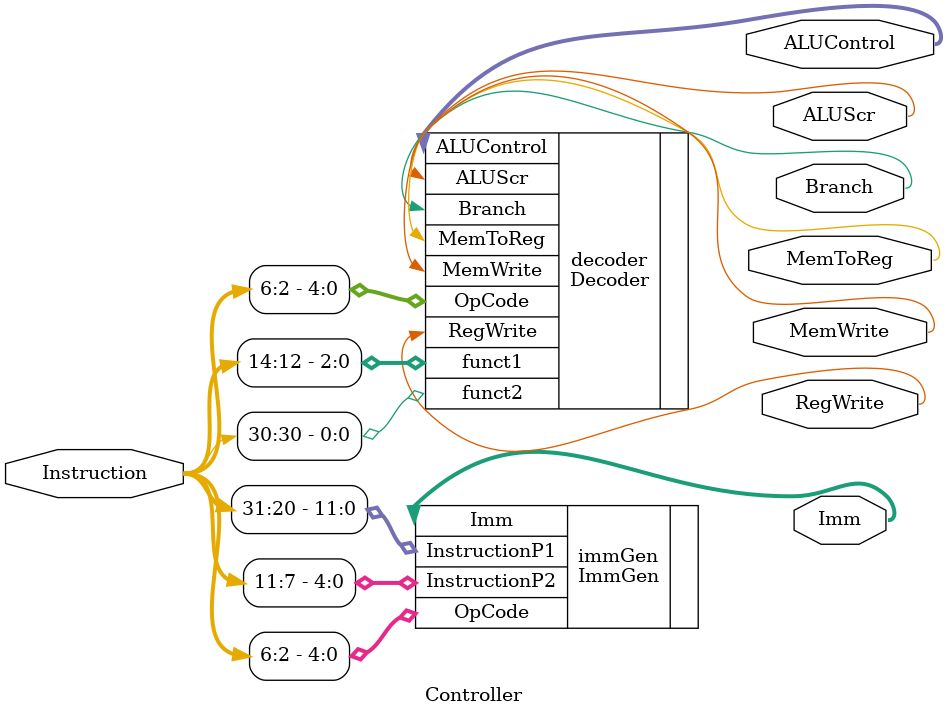
<source format=sv>
`include "Decoder.sv"
`include "ImmGen.sv"
module Controller(Instruction, ALUControl, RegWrite, MemWrite, Branch, MemToReg, ALUScr, Imm);
    parameter BITS = 32;
    input wire [BITS-1:0] Instruction;

    output reg [0:63] Imm;
    output reg [0:1] ALUControl;
    output reg RegWrite, MemWrite, Branch, MemToReg;
    output reg ALUScr;

    Decoder decoder(
        .OpCode(Instruction[6:2]),
        .funct1(Instruction[14:12]),
        .funct2(Instruction[30]),
        .ALUControl(ALUControl),
        .RegWrite(RegWrite),
        .MemWrite(MemWrite),
        .Branch(Branch),
        .MemToReg(MemToReg),
        .ALUScr(ALUScr));

    ImmGen immGen(
        .OpCode(Instruction[6:2]),
        .InstructionP1(Instruction[31:20]),
        .InstructionP2(Instruction[11:7]),
        .Imm(Imm));

endmodule
</source>
